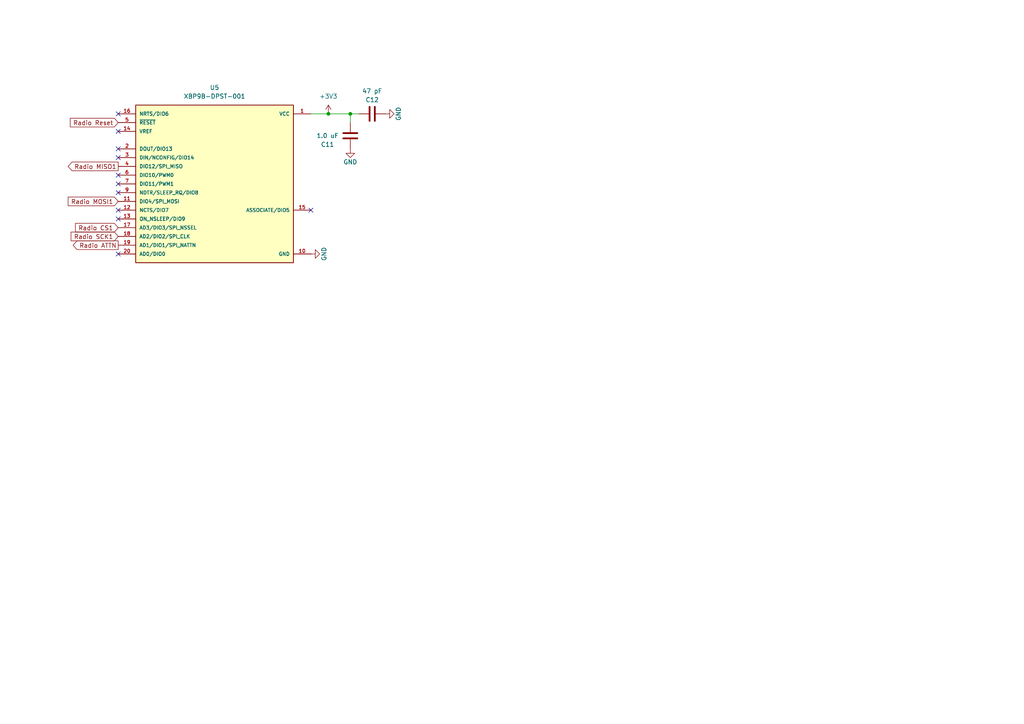
<source format=kicad_sch>
(kicad_sch (version 20250114) (generator "eeschema") (generator_version "9.0")
  (paper "A4")
  (lib_symbols
    (symbol "Device:C" (pin_numbers (hide yes)) (pin_names (offset 0.254))
      (property "Reference" "C" (at 0.635 2.54 0))
      (property "Value" "C" (at 0.635 -2.54 0))
      (symbol "C_0_1"
        (polyline (pts (xy -2.032 0.762) (xy 2.032 0.762)) (stroke (width 0.508)))
        (polyline (pts (xy -2.032 -0.762) (xy 2.032 -0.762)) (stroke (width 0.508)))
      )
      (symbol "C_1_1"
        (pin passive line (at 0 3.81 270) (length 2.794) (name "~") (number "1"))
        (pin passive line (at 0 -3.81 90) (length 2.794) (name "~") (number "2"))
      )
    )
    (symbol "FS_3_Global_Symbol_Library:XBP9B-DPST-001" (pin_names (offset 1.016))
      (property "Reference" "U" (at -22.9283 25.476 0))
      (property "Value" "XBP9B-DPST-001" (at -22.8929 -25.4366 0))
      (symbol "XBP9B-DPST-001_0_0"
        (rectangle (start -22.86 -22.86) (end 22.86 22.86) (stroke (width 0.254)) (fill (type background)))
        (pin input line (at -27.94 20.32 0) (length 5.08) (name "NRTS/DIO6") (number "16"))
        (pin input line (at -27.94 17.78 0) (length 5.08) (name "~{RESET}") (number "5"))
        (pin input line (at -27.94 15.24 0) (length 5.08) (name "VREF") (number "14"))
        (pin bidirectional line (at -27.94 10.16 0) (length 5.08) (name "DOUT/DIO13") (number "2"))
        (pin bidirectional line (at -27.94 7.62 0) (length 5.08) (name "DIN/NCONFIG/DIO14") (number "3"))
        (pin bidirectional line (at -27.94 5.08 0) (length 5.08) (name "DIO12/SPI_MISO") (number "4"))
        (pin bidirectional line (at -27.94 2.54 0) (length 5.08) (name "DIO10/PWM0") (number "6"))
        (pin bidirectional line (at -27.94 0 0) (length 5.08) (name "DIO11/PWM1") (number "7"))
        (pin bidirectional line (at -27.94 -2.54 0) (length 5.08) (name "NDTR/SLEEP_RQ/DIO8") (number "9"))
        (pin bidirectional line (at -27.94 -5.08 0) (length 5.08) (name "DIO4/SPI_MOSI") (number "11"))
        (pin bidirectional line (at -27.94 -7.62 0) (length 5.08) (name "NCTS/DIO7") (number "12"))
        (pin bidirectional line (at -27.94 -10.16 0) (length 5.08) (name "ON_NSLEEP/DIO9") (number "13"))
        (pin bidirectional line (at -27.94 -12.7 0) (length 5.08) (name "AD3/DIO3/SPI_NSSEL") (number "17"))
        (pin bidirectional line (at -27.94 -15.24 0) (length 5.08) (name "AD2/DIO2/SPI_CLK") (number "18"))
        (pin bidirectional line (at -27.94 -17.78 0) (length 5.08) (name "AD1/DIO1/SPI_NATTN") (number "19"))
        (pin bidirectional line (at -27.94 -20.32 0) (length 5.08) (name "AD0/DIO0") (number "20"))
        (pin power_in line (at 27.94 20.32 180) (length 5.08) (name "VCC") (number "1"))
        (pin output line (at 27.94 -7.62 180) (length 5.08) (name "ASSOCIATE/DIO5") (number "15"))
        (pin power_in line (at 27.94 -20.32 180) (length 5.08) (name "GND") (number "10"))
      )
    )
    (symbol "power:+3V3" (power) (pin_numbers (hide yes)) (pin_names (offset 0) (hide yes))
      (property "Value" "+3V3" (at 0 3.556 0))
      (symbol "+3V3_0_1"
        (polyline (pts (xy -0.762 1.27) (xy 0 2.54)))
        (polyline (pts (xy 0 2.54) (xy 0.762 1.27)))
        (polyline (pts (xy 0 0) (xy 0 2.54)))
      )
      (symbol "+3V3_1_1"
        (pin power_in line (at 0 0 90) (length 0) (name "~") (number "1"))
      )
    )
    (symbol "power:GND" (power) (pin_numbers (hide yes)) (pin_names (offset 0) (hide yes))
      (property "Value" "GND" (at 0 -3.81 0))
      (symbol "GND_0_1"
        (polyline (pts (xy 0 0) (xy 0 -1.27) (xy 1.27 -1.27) (xy 0 -2.54) (xy -1.27 -1.27) (xy 0 -1.27)))
      )
      (symbol "GND_1_1"
        (pin power_in line (at 0 0 270) (length 0) (name "~") (number "1"))
      )
    )
  )
  (junction (at 95.25 33.02))
  (junction (at 101.6 33.02))
  (no_connect (at 34.29 73.66))
  (no_connect (at 34.29 63.5))
  (no_connect (at 34.29 45.72))
  (no_connect (at 34.29 60.96))
  (no_connect (at 34.29 43.18))
  (no_connect (at 34.29 50.8))
  (no_connect (at 34.29 53.34))
  (no_connect (at 34.29 38.1))
  (no_connect (at 34.29 33.02))
  (no_connect (at 90.17 60.96))
  (no_connect (at 34.29 55.88))
  (wire (pts (xy 101.6 33.02) (xy 104.14 33.02)))
  (wire (pts (xy 95.25 33.02) (xy 101.6 33.02)))
  (wire (pts (xy 101.6 33.02) (xy 101.6 35.56)))
  (wire (pts (xy 90.17 33.02) (xy 95.25 33.02)))
  (global_label "Radio CS1" (shape input) (at 34.29 66.04 180) (property "Intersheetrefs" "${INTERSHEET_REFS}" (effects (hide yes))))
  (global_label "Radio ATTN" (shape output) (at 34.29 71.12 180) (property "Intersheetrefs" "${INTERSHEET_REFS}" (effects (hide yes))))
  (global_label "Radio Reset" (shape input) (at 34.29 35.56 180) (property "Intersheetrefs" "${INTERSHEET_REFS}" (effects (hide yes))))
  (global_label "Radio MOSI1" (shape input) (at 34.29 58.42 180) (property "Intersheetrefs" "${INTERSHEET_REFS}" (effects (hide yes))))
  (global_label "Radio MISO1" (shape output) (at 34.29 48.26 180) (property "Intersheetrefs" "${INTERSHEET_REFS}" (effects (hide yes))))
  (global_label "Radio SCK1" (shape input) (at 34.29 68.58 180) (property "Intersheetrefs" "${INTERSHEET_REFS}" (effects (hide yes))))
  (symbol (lib_id "power:GND") (at 111.76 33.02 90) (unit 1)
    (property "Reference" "#PWR055" (effects (hide yes)))
    (property "Value" "GND" (at 115.57 33.02 0))
  )
  (symbol (lib_id "power:GND") (at 101.6 43.18 0) (unit 1)
    (property "Reference" "#PWR054" (effects (hide yes)))
    (property "Value" "GND" (at 101.6 46.99 0))
  )
  (symbol (lib_id "power:+3V3") (at 95.25 33.02 0) (unit 1)
    (property "Reference" "#PWR053" (effects (hide yes)))
    (property "Value" "+3V3" (at 95.25 27.94 0))
    (property "Description" "Power symbol creates a global label with name \"+3V3\"" (effects (hide yes)))
  )
  (symbol (lib_id "FS_3_Global_Symbol_Library:XBP9B-DPST-001") (at 62.23 53.34 0) (unit 1)
    (property "Reference" "U5" (at 62.23 25.4 0))
    (property "Value" "XBP9B-DPST-001" (at 62.23 27.94 0))
    (property "Footprint" "FS_3_Global_Footprint_Library:XBP9B-DPST-001" (effects (hide yes)))
    (property "Datasheet" "https://www.digi.com/resources/documentation/digidocs/pdfs/90002173.pdf" (effects (hide yes)))
    (property "Description" "General ISM < 1GHz Transceiver Module 900MHz" (effects (hide yes)))
    (property "MANUFACTURER" "Digi International" (effects (hide yes)))
  )
  (symbol (lib_id "Device:C") (at 101.6 39.37 0) (unit 1)
    (property "Reference" "C11" (at 94.996 41.91 0))
    (property "Value" "1.0 uF" (at 94.996 39.37 0))
    (property "Footprint" "Capacitor_SMD:C_0805_2012Metric_Pad1.18x1.45mm_HandSolder" (effects (hide yes)))
  )
  (symbol (lib_id "power:GND") (at 90.17 73.66 90) (unit 1)
    (property "Reference" "#PWR052" (effects (hide yes)))
    (property "Value" "GND" (at 93.98 73.66 0))
  )
  (symbol (lib_id "Device:C") (at 107.95 33.02 90) (unit 1)
    (property "Reference" "C12" (at 107.95 28.956 90))
    (property "Value" "47 pF" (at 107.95 26.416 90))
    (property "Footprint" "Capacitor_SMD:C_0805_2012Metric_Pad1.18x1.45mm_HandSolder" (effects (hide yes)))
  )
)
</source>
